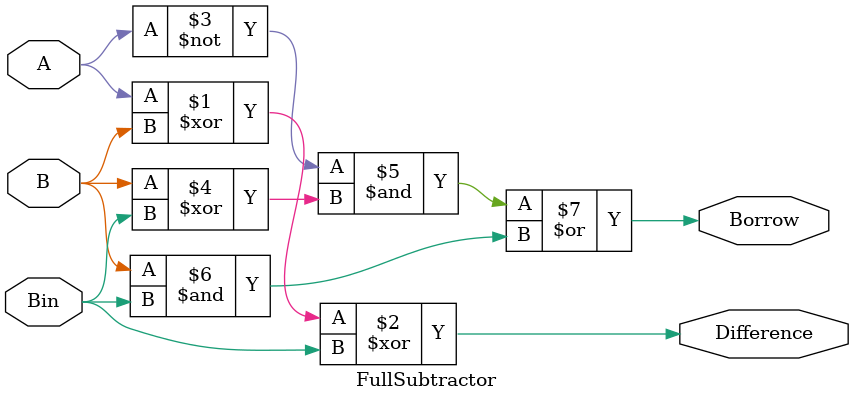
<source format=v>

module FullSubtractor(
  
  input A,
  input B,
  input Bin, 
  output Difference,
  output Borrow
  
);
  
  assign Difference = A^B^Bin;
  assign Borrow = ~A & (B^Bin) | B & Bin;
  
endmodule

</source>
